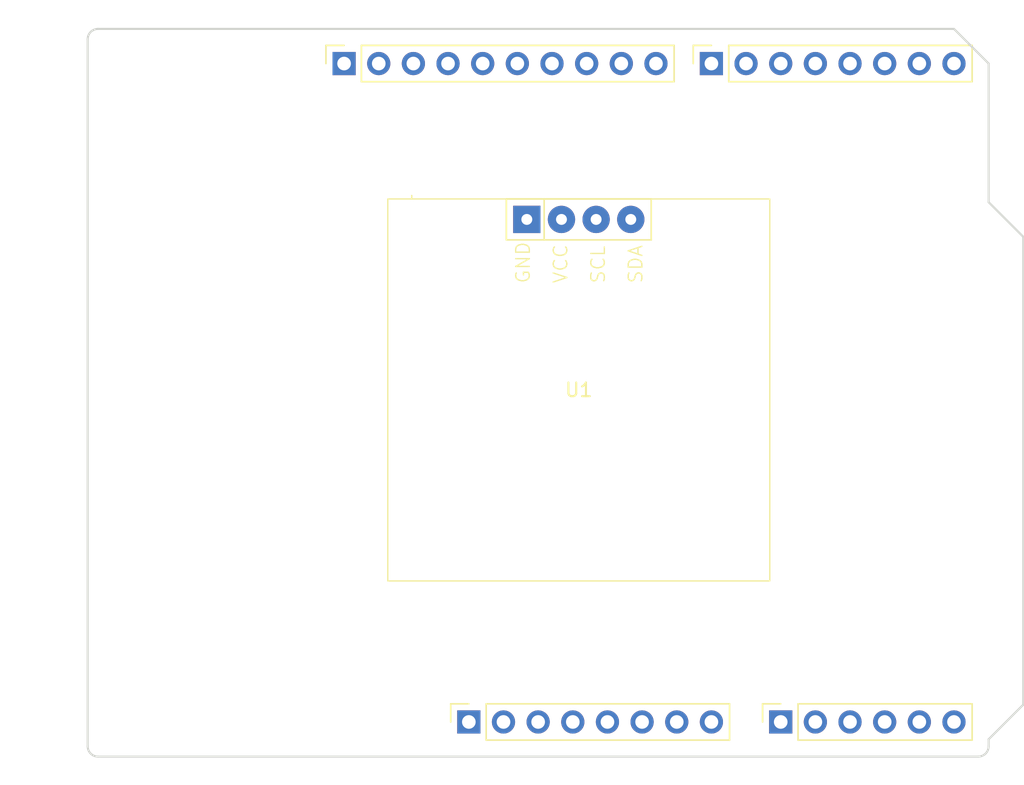
<source format=kicad_pcb>
(kicad_pcb (version 20241229) (generator "pcbnew") (generator_version "9.0")
  (title_block (date "mar. 31 mars 2015"))
  (layers (0 "F.Cu" signal) (2 "B.Cu" signal) (13 "F.Paste" user) (15 "B.Paste" user) (5 "F.SilkS" user "F.Silkscreen") (7 "B.SilkS" user "B.Silkscreen") (1 "F.Mask" user) (3 "B.Mask" user) (25 "Edge.Cuts" user))
  (net 0 "")
  (net 1 "GND")
  (net 3 "+5V")
  (net 4 "/IOREF")
  (net 5 "/A0")
  (net 6 "/A1")
  (net 7 "/A2")
  (net 8 "/A3")
  (net 9 "/SDA{slash}A4")
  (net 10 "/SCL{slash}A5")
  (net 11 "/13")
  (net 12 "/12")
  (net 13 "/AREF")
  (net 14 "/8")
  (net 15 "/7")
  (net 16 "/*11")
  (net 17 "/*10")
  (net 18 "/*9")
  (net 19 "/4")
  (net 20 "/2")
  (net 21 "/*6")
  (net 22 "/*5")
  (net 23 "/TX{slash}1")
  (net 24 "/*3")
  (net 25 "/RX{slash}0")
  (net 26 "+3V3")
  (net 27 "VCC")
  (net 28 "/~{RESET}")
  (footprint "Connector_PinSocket_2.54mm:PinSocket_1x08_P2.54mm_Vertical" (layer "F.Cu") (at 127.94 97.46 90)
    (property "Reference" "J1" (hide yes))
    (property "Value" "Power")
    (fp_line (start 1.33 -1.33) (end 1.33 0) (stroke (width 0.12)) (layer "F.SilkS"))
    (fp_line (start 0 -1.33) (end 1.33 -1.33) (stroke (width 0.12)) (layer "F.SilkS"))
    (fp_line (start 1.33 1.27) (end 1.33 19.11) (stroke (width 0.12)) (layer "F.SilkS"))
    (fp_line (start -1.33 1.27) (end 1.33 1.27) (stroke (width 0.12)) (layer "F.SilkS"))
    (fp_line (start -1.33 1.27) (end -1.33 19.11) (stroke (width 0.12)) (layer "F.SilkS"))
    (fp_line (start -1.33 19.11) (end 1.33 19.11) (stroke (width 0.12)) (layer "F.SilkS"))
    (pad "1" thru_hole rect (at 0 0 90) (size 1.7 1.7) (drill 1) (layers "*.Cu" "*.Mask"))
    (pad "2" thru_hole oval (at 0 2.54 90) (size 1.7 1.7) (drill 1) (layers "*.Cu" "*.Mask") (net 4 "/IOREF"))
    (pad "3" thru_hole oval (at 0 5.08 90) (size 1.7 1.7) (drill 1) (layers "*.Cu" "*.Mask") (net 28 "/~{RESET}"))
    (pad "4" thru_hole oval (at 0 7.62 90) (size 1.7 1.7) (drill 1) (layers "*.Cu" "*.Mask") (net 26 "+3V3"))
    (pad "5" thru_hole oval (at 0 10.16 90) (size 1.7 1.7) (drill 1) (layers "*.Cu" "*.Mask") (net 3 "+5V"))
    (pad "6" thru_hole oval (at 0 12.7 90) (size 1.7 1.7) (drill 1) (layers "*.Cu" "*.Mask") (net 1 "GND"))
    (pad "7" thru_hole oval (at 0 15.24 90) (size 1.7 1.7) (drill 1) (layers "*.Cu" "*.Mask") (net 1 "GND"))
    (pad "8" thru_hole oval (at 0 17.78 90) (size 1.7 1.7) (drill 1) (layers "*.Cu" "*.Mask") (net 27 "VCC"))
  )
  (footprint "Connector_PinSocket_2.54mm:PinSocket_1x06_P2.54mm_Vertical" (layer "F.Cu") (at 150.8 97.46 90)
    (property "Reference" "J3" (hide yes))
    (property "Value" "Analog")
    (fp_line (start 1.33 -1.33) (end 1.33 0) (stroke (width 0.12)) (layer "F.SilkS"))
    (fp_line (start 0 -1.33) (end 1.33 -1.33) (stroke (width 0.12)) (layer "F.SilkS"))
    (fp_line (start 1.33 1.27) (end 1.33 14.03) (stroke (width 0.12)) (layer "F.SilkS"))
    (fp_line (start -1.33 1.27) (end 1.33 1.27) (stroke (width 0.12)) (layer "F.SilkS"))
    (fp_line (start -1.33 1.27) (end -1.33 14.03) (stroke (width 0.12)) (layer "F.SilkS"))
    (fp_line (start -1.33 14.03) (end 1.33 14.03) (stroke (width 0.12)) (layer "F.SilkS"))
    (pad "1" thru_hole rect (at 0 0 90) (size 1.7 1.7) (drill 1) (layers "*.Cu" "*.Mask") (net 5 "/A0"))
    (pad "2" thru_hole oval (at 0 2.54 90) (size 1.7 1.7) (drill 1) (layers "*.Cu" "*.Mask") (net 6 "/A1"))
    (pad "3" thru_hole oval (at 0 5.08 90) (size 1.7 1.7) (drill 1) (layers "*.Cu" "*.Mask") (net 7 "/A2"))
    (pad "4" thru_hole oval (at 0 7.62 90) (size 1.7 1.7) (drill 1) (layers "*.Cu" "*.Mask") (net 8 "/A3"))
    (pad "5" thru_hole oval (at 0 10.16 90) (size 1.7 1.7) (drill 1) (layers "*.Cu" "*.Mask") (net 9 "/SDA{slash}A4"))
    (pad "6" thru_hole oval (at 0 12.7 90) (size 1.7 1.7) (drill 1) (layers "*.Cu" "*.Mask") (net 10 "/SCL{slash}A5"))
  )
  (footprint "Connector_PinSocket_2.54mm:PinSocket_1x10_P2.54mm_Vertical" (layer "F.Cu") (at 118.796 49.2 90)
    (property "Reference" "J2" (hide yes))
    (property "Value" "Digital/PWM")
    (fp_line (start 1.33 -1.33) (end 1.33 0) (stroke (width 0.12)) (layer "F.SilkS"))
    (fp_line (start 0 -1.33) (end 1.33 -1.33) (stroke (width 0.12)) (layer "F.SilkS"))
    (fp_line (start 1.33 1.27) (end 1.33 24.19) (stroke (width 0.12)) (layer "F.SilkS"))
    (fp_line (start -1.33 1.27) (end 1.33 1.27) (stroke (width 0.12)) (layer "F.SilkS"))
    (fp_line (start -1.33 1.27) (end -1.33 24.19) (stroke (width 0.12)) (layer "F.SilkS"))
    (fp_line (start -1.33 24.19) (end 1.33 24.19) (stroke (width 0.12)) (layer "F.SilkS"))
    (pad "1" thru_hole rect (at 0 0 90) (size 1.7 1.7) (drill 1) (layers "*.Cu" "*.Mask") (net 10 "/SCL{slash}A5"))
    (pad "2" thru_hole oval (at 0 2.54 90) (size 1.7 1.7) (drill 1) (layers "*.Cu" "*.Mask") (net 9 "/SDA{slash}A4"))
    (pad "3" thru_hole oval (at 0 5.08 90) (size 1.7 1.7) (drill 1) (layers "*.Cu" "*.Mask") (net 13 "/AREF"))
    (pad "4" thru_hole oval (at 0 7.62 90) (size 1.7 1.7) (drill 1) (layers "*.Cu" "*.Mask") (net 1 "GND"))
    (pad "5" thru_hole oval (at 0 10.16 90) (size 1.7 1.7) (drill 1) (layers "*.Cu" "*.Mask") (net 11 "/13"))
    (pad "6" thru_hole oval (at 0 12.7 90) (size 1.7 1.7) (drill 1) (layers "*.Cu" "*.Mask") (net 12 "/12"))
    (pad "7" thru_hole oval (at 0 15.24 90) (size 1.7 1.7) (drill 1) (layers "*.Cu" "*.Mask") (net 16 "/*11"))
    (pad "8" thru_hole oval (at 0 17.78 90) (size 1.7 1.7) (drill 1) (layers "*.Cu" "*.Mask") (net 17 "/*10"))
    (pad "9" thru_hole oval (at 0 20.32 90) (size 1.7 1.7) (drill 1) (layers "*.Cu" "*.Mask") (net 18 "/*9"))
    (pad "10" thru_hole oval (at 0 22.86 90) (size 1.7 1.7) (drill 1) (layers "*.Cu" "*.Mask") (net 14 "/8"))
  )
  (footprint "Connector_PinSocket_2.54mm:PinSocket_1x08_P2.54mm_Vertical" (layer "F.Cu") (at 145.72 49.2 90)
    (property "Reference" "J4" (hide yes))
    (property "Value" "Digital/PWM")
    (fp_line (start 1.33 -1.33) (end 1.33 0) (stroke (width 0.12)) (layer "F.SilkS"))
    (fp_line (start 0 -1.33) (end 1.33 -1.33) (stroke (width 0.12)) (layer "F.SilkS"))
    (fp_line (start 1.33 1.27) (end 1.33 19.11) (stroke (width 0.12)) (layer "F.SilkS"))
    (fp_line (start -1.33 1.27) (end 1.33 1.27) (stroke (width 0.12)) (layer "F.SilkS"))
    (fp_line (start -1.33 1.27) (end -1.33 19.11) (stroke (width 0.12)) (layer "F.SilkS"))
    (fp_line (start -1.33 19.11) (end 1.33 19.11) (stroke (width 0.12)) (layer "F.SilkS"))
    (pad "1" thru_hole rect (at 0 0 90) (size 1.7 1.7) (drill 1) (layers "*.Cu" "*.Mask") (net 15 "/7"))
    (pad "2" thru_hole oval (at 0 2.54 90) (size 1.7 1.7) (drill 1) (layers "*.Cu" "*.Mask") (net 21 "/*6"))
    (pad "3" thru_hole oval (at 0 5.08 90) (size 1.7 1.7) (drill 1) (layers "*.Cu" "*.Mask") (net 22 "/*5"))
    (pad "4" thru_hole oval (at 0 7.62 90) (size 1.7 1.7) (drill 1) (layers "*.Cu" "*.Mask") (net 19 "/4"))
    (pad "5" thru_hole oval (at 0 10.16 90) (size 1.7 1.7) (drill 1) (layers "*.Cu" "*.Mask") (net 24 "/*3"))
    (pad "6" thru_hole oval (at 0 12.7 90) (size 1.7 1.7) (drill 1) (layers "*.Cu" "*.Mask") (net 20 "/2"))
    (pad "7" thru_hole oval (at 0 15.24 90) (size 1.7 1.7) (drill 1) (layers "*.Cu" "*.Mask") (net 23 "/TX{slash}1"))
    (pad "8" thru_hole oval (at 0 17.78 90) (size 1.7 1.7) (drill 1) (layers "*.Cu" "*.Mask") (net 25 "/RX{slash}0"))
  )
  (footprint "Arduino_MountingHole:MountingHole_3.2mm" (layer "F.Cu") (at 115.24 49.2)
    (property "Reference" "MH1" (hide yes))
    (property "Value" "MountingHole_3.2mm" (hide yes))
    (pad "" np_thru_hole circle (at 0 0) (size 3.2 3.2) (drill 3.2) (layers "*.Cu" "*.Mask"))
  )
  (footprint "Ma librairie d'empreintes:OLED 1306" (layer "F.Cu") (at 136 60.625)
    (property "Reference" "U1" (at 0 12.5 0) (layer "F.SilkS"))
    (property "Value" "~")
    (fp_line (start -5.31 -1.5) (end 5.31 -1.5) (stroke (width 0.12)) (layer "F.SilkS"))
    (fp_line (start -5.31 1.5) (end -5.31 -1.5) (stroke (width 0.12)) (layer "F.SilkS"))
    (fp_line (start -2.54 -1.5) (end -2.54 1.5) (stroke (width 0.12)) (layer "F.SilkS"))
    (fp_line (start 5.31 -1.5) (end 5.31 1.5) (stroke (width 0.12)) (layer "F.SilkS"))
    (fp_line (start 5.31 1.5) (end -5.31 1.5) (stroke (width 0.12)) (layer "F.SilkS"))
    (fp_rect (start -14 -1.5) (end 14 26.5) (stroke (width 0.1)) (fill no) (layer "F.SilkS"))
    (fp_rect (start -12.25 -1.75) (end -12.25 -1.625) (stroke (width 0.1)) (fill no) (layer "F.SilkS"))
    (fp_rect (start -12.25 -1.75) (end -12.25 -1.5) (stroke (width 0.1)) (fill no) (layer "F.SilkS"))
    (fp_text user "GND" (at -3.5 4.75 90) (layer "F.SilkS") (effects (font (thickness 0.1)) (justify left bottom)))
    (fp_text user "SDA" (at 4.75 4.75 90) (layer "F.SilkS") (effects (font (thickness 0.1)) (justify left bottom)))
    (fp_text user "VCC" (at -0.75 4.75 90) (layer "F.SilkS") (effects (font (thickness 0.1)) (justify left bottom)))
    (fp_text user "SCL" (at 2 4.75 90) (layer "F.SilkS") (effects (font (thickness 0.1)) (justify left bottom)))
    (pad "1" thru_hole rect (at -3.81 0) (size 2 2) (drill 0.8) (layers "*.Cu" "*.Mask"))
    (pad "2" thru_hole circle (at -1.27 0) (size 2 2) (drill 0.8) (layers "*.Cu" "*.Mask"))
    (pad "3" thru_hole circle (at 1.27 0) (size 2 2) (drill 0.8) (layers "*.Cu" "*.Mask"))
    (pad "4" thru_hole circle (at 3.81 0) (size 2 2) (drill 0.8) (layers "*.Cu" "*.Mask"))
  )
  (footprint "Arduino_MountingHole:MountingHole_3.2mm" (layer "F.Cu") (at 113.97 97.46)
    (property "Reference" "MH2" (hide yes))
    (property "Value" "MountingHole_3.2mm" (hide yes))
    (pad "" np_thru_hole circle (at 0 0) (size 3.2 3.2) (drill 3.2) (layers "*.Cu" "*.Mask"))
  )
  (footprint "Arduino_MountingHole:MountingHole_3.2mm" (layer "F.Cu") (at 166.04 64.44)
    (property "Reference" "MH3" (hide yes))
    (property "Value" "MountingHole_3.2mm" (hide yes))
    (pad "" np_thru_hole circle (at 0 0) (size 3.2 3.2) (drill 3.2) (layers "*.Cu" "*.Mask"))
  )
  (footprint "Arduino_MountingHole:MountingHole_3.2mm" (layer "F.Cu") (at 166.04 92.38)
    (property "Reference" "MH4" (hide yes))
    (property "Value" "MountingHole_3.2mm" (hide yes))
    (pad "" np_thru_hole circle (at 0 0) (size 3.2 3.2) (drill 3.2) (layers "*.Cu" "*.Mask"))
  )
  (gr_line (start 166.04 59.36) (end 168.58 61.9) (stroke (width 0.15)) (layer "Edge.Cuts"))
  (gr_line (start 100 99.238) (end 100 47.422) (stroke (width 0.15)) (layer "Edge.Cuts"))
  (gr_line (start 168.58 61.9) (end 168.58 96.19) (stroke (width 0.15)) (layer "Edge.Cuts"))
  (gr_line (start 165.278 100) (end 100.762 100) (stroke (width 0.15)) (layer "Edge.Cuts"))
  (gr_line (start 100.762 46.66) (end 163.5 46.66) (stroke (width 0.15)) (layer "Edge.Cuts"))
  (gr_arc (start 100.762 100) (mid 100.223185 99.776815) (end 100 99.238) (stroke (width 0.15)) (layer "Edge.Cuts"))
  (gr_line (start 168.58 96.19) (end 166.04 98.73) (stroke (width 0.15)) (layer "Edge.Cuts"))
  (gr_line (start 163.5 46.66) (end 166.04 49.2) (stroke (width 0.15)) (layer "Edge.Cuts"))
  (gr_arc (start 166.04 99.238) (mid 165.816815 99.776815) (end 165.278 100) (stroke (width 0.15)) (layer "Edge.Cuts"))
  (gr_line (start 166.04 49.2) (end 166.04 59.36) (stroke (width 0.15)) (layer "Edge.Cuts"))
  (gr_line (start 166.04 98.73) (end 166.04 99.238) (stroke (width 0.15)) (layer "Edge.Cuts"))
  (gr_arc (start 100 47.422) (mid 100.223185 46.883185) (end 100.762 46.66) (stroke (width 0.15)) (layer "Edge.Cuts"))
)
</source>
